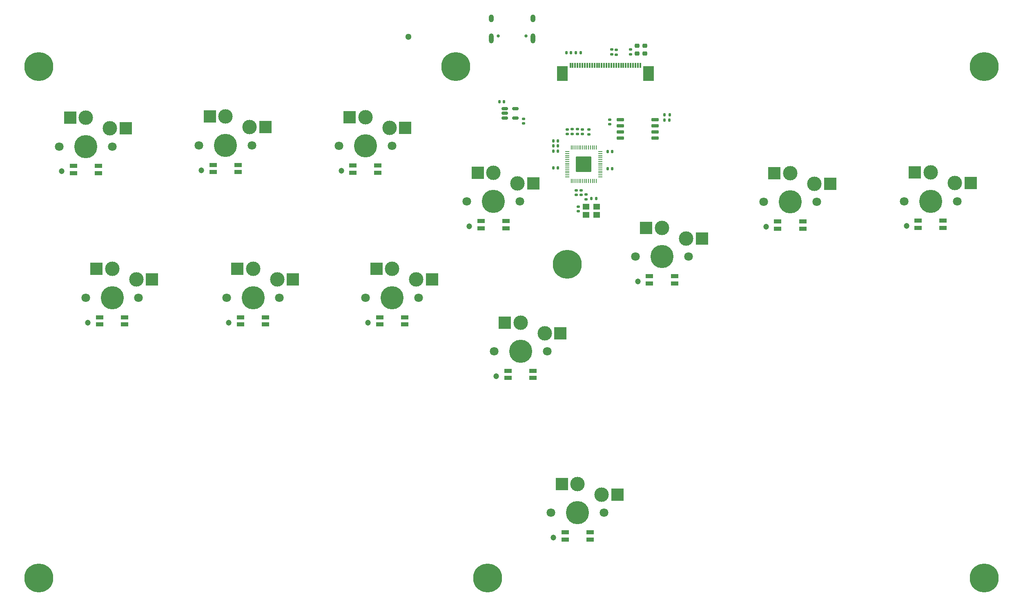
<source format=gbr>
%TF.GenerationSoftware,KiCad,Pcbnew,7.0.9*%
%TF.CreationDate,2024-03-26T15:37:35+08:00*%
%TF.ProjectId,Flatbox-LED-Mirrored,466c6174-626f-4782-9d4c-45442d4d6972,rev?*%
%TF.SameCoordinates,Original*%
%TF.FileFunction,Soldermask,Bot*%
%TF.FilePolarity,Negative*%
%FSLAX46Y46*%
G04 Gerber Fmt 4.6, Leading zero omitted, Abs format (unit mm)*
G04 Created by KiCad (PCBNEW 7.0.9) date 2024-03-26 15:37:35*
%MOMM*%
%LPD*%
G01*
G04 APERTURE LIST*
G04 Aperture macros list*
%AMRoundRect*
0 Rectangle with rounded corners*
0 $1 Rounding radius*
0 $2 $3 $4 $5 $6 $7 $8 $9 X,Y pos of 4 corners*
0 Add a 4 corners polygon primitive as box body*
4,1,4,$2,$3,$4,$5,$6,$7,$8,$9,$2,$3,0*
0 Add four circle primitives for the rounded corners*
1,1,$1+$1,$2,$3*
1,1,$1+$1,$4,$5*
1,1,$1+$1,$6,$7*
1,1,$1+$1,$8,$9*
0 Add four rect primitives between the rounded corners*
20,1,$1+$1,$2,$3,$4,$5,0*
20,1,$1+$1,$4,$5,$6,$7,0*
20,1,$1+$1,$6,$7,$8,$9,0*
20,1,$1+$1,$8,$9,$2,$3,0*%
G04 Aperture macros list end*
%ADD10C,0.650000*%
%ADD11O,1.000000X2.100000*%
%ADD12O,1.000000X1.600000*%
%ADD13C,1.300000*%
%ADD14C,1.800000*%
%ADD15C,1.200000*%
%ADD16C,3.000000*%
%ADD17C,4.800000*%
%ADD18RoundRect,0.082000X0.718000X-0.328000X0.718000X0.328000X-0.718000X0.328000X-0.718000X-0.328000X0*%
%ADD19R,2.600000X2.600000*%
%ADD20RoundRect,0.140000X0.140000X0.170000X-0.140000X0.170000X-0.140000X-0.170000X0.140000X-0.170000X0*%
%ADD21RoundRect,0.140000X-0.170000X0.140000X-0.170000X-0.140000X0.170000X-0.140000X0.170000X0.140000X0*%
%ADD22RoundRect,0.140000X0.170000X-0.140000X0.170000X0.140000X-0.170000X0.140000X-0.170000X-0.140000X0*%
%ADD23RoundRect,0.135000X-0.135000X-0.185000X0.135000X-0.185000X0.135000X0.185000X-0.135000X0.185000X0*%
%ADD24RoundRect,0.135000X0.135000X0.185000X-0.135000X0.185000X-0.135000X-0.185000X0.135000X-0.185000X0*%
%ADD25RoundRect,0.135000X-0.185000X0.135000X-0.185000X-0.135000X0.185000X-0.135000X0.185000X0.135000X0*%
%ADD26RoundRect,0.150000X-0.512500X-0.150000X0.512500X-0.150000X0.512500X0.150000X-0.512500X0.150000X0*%
%ADD27RoundRect,0.150000X0.650000X0.150000X-0.650000X0.150000X-0.650000X-0.150000X0.650000X-0.150000X0*%
%ADD28RoundRect,0.050000X0.387500X0.050000X-0.387500X0.050000X-0.387500X-0.050000X0.387500X-0.050000X0*%
%ADD29RoundRect,0.050000X0.050000X0.387500X-0.050000X0.387500X-0.050000X-0.387500X0.050000X-0.387500X0*%
%ADD30RoundRect,0.144000X1.456000X1.456000X-1.456000X1.456000X-1.456000X-1.456000X1.456000X-1.456000X0*%
%ADD31R,1.400000X1.200000*%
%ADD32RoundRect,0.140000X-0.140000X-0.170000X0.140000X-0.170000X0.140000X0.170000X-0.140000X0.170000X0*%
%ADD33RoundRect,0.135000X0.185000X-0.135000X0.185000X0.135000X-0.185000X0.135000X-0.185000X-0.135000X0*%
%ADD34C,6.000000*%
%ADD35RoundRect,0.225000X0.250000X-0.225000X0.250000X0.225000X-0.250000X0.225000X-0.250000X-0.225000X0*%
%ADD36R,0.300000X1.100000*%
%ADD37R,2.300000X3.100000*%
%ADD38RoundRect,0.225000X-0.250000X0.225000X-0.250000X-0.225000X0.250000X-0.225000X0.250000X0.225000X0*%
G04 APERTURE END LIST*
D10*
%TO.C,USB1*%
X164830000Y-44950000D03*
X159050000Y-44950000D03*
D11*
X166260000Y-45480000D03*
D12*
X166260000Y-41300000D03*
D11*
X157620000Y-45480000D03*
D12*
X157620000Y-41300000D03*
%TD*%
D13*
%TO.C,SW19*%
X140500000Y-45150000D03*
%TD*%
D14*
%TO.C,D15*%
X102750000Y-99210000D03*
D15*
X103250000Y-104360000D03*
D16*
X108250000Y-93260000D03*
D17*
X108250000Y-99210000D03*
D16*
X113250000Y-95460000D03*
D14*
X113750000Y-99210000D03*
D18*
X110850000Y-104760000D03*
X110850000Y-103260000D03*
X105650000Y-103260000D03*
X105650000Y-104760000D03*
D19*
X104975000Y-93260000D03*
X116525000Y-95460000D03*
%TD*%
D14*
%TO.C,D14*%
X131600000Y-99210000D03*
D15*
X132100000Y-104360000D03*
D16*
X137100000Y-93260000D03*
D17*
X137100000Y-99210000D03*
D16*
X142100000Y-95460000D03*
D14*
X142600000Y-99210000D03*
D18*
X139700000Y-104760000D03*
X139700000Y-103260000D03*
X134500000Y-103260000D03*
X134500000Y-104760000D03*
D19*
X133825000Y-93260000D03*
X145375000Y-95460000D03*
%TD*%
D14*
%TO.C,D16*%
X73540000Y-99210000D03*
D15*
X74040000Y-104360000D03*
D16*
X79040000Y-93260000D03*
D17*
X79040000Y-99210000D03*
D16*
X84040000Y-95460000D03*
D14*
X84540000Y-99210000D03*
D18*
X81640000Y-104760000D03*
X81640000Y-103260000D03*
X76440000Y-103260000D03*
X76440000Y-104760000D03*
D19*
X75765000Y-93260000D03*
X87315000Y-95460000D03*
%TD*%
D14*
%TO.C,D6*%
X126040000Y-67750000D03*
D15*
X126540000Y-72900000D03*
D16*
X131540000Y-61800000D03*
D17*
X131540000Y-67750000D03*
D16*
X136540000Y-64000000D03*
D14*
X137040000Y-67750000D03*
D18*
X134140000Y-73300000D03*
X134140000Y-71800000D03*
X128940000Y-71800000D03*
X128940000Y-73300000D03*
D19*
X128265000Y-61800000D03*
X139815000Y-64000000D03*
%TD*%
D14*
%TO.C,D5*%
X152600000Y-79280000D03*
D15*
X153100000Y-84430000D03*
D16*
X158100000Y-73330000D03*
D17*
X158100000Y-79280000D03*
D16*
X163100000Y-75530000D03*
D14*
X163600000Y-79280000D03*
D18*
X160700000Y-84830000D03*
X160700000Y-83330000D03*
X155500000Y-83330000D03*
X155500000Y-84830000D03*
D19*
X154825000Y-73330000D03*
X166375000Y-75530000D03*
%TD*%
D14*
%TO.C,D1*%
X170040000Y-143790000D03*
D15*
X170540000Y-148940000D03*
D16*
X175540000Y-137840000D03*
D17*
X175540000Y-143790000D03*
D16*
X180540000Y-140040000D03*
D14*
X181040000Y-143790000D03*
D18*
X178140000Y-149340000D03*
X178140000Y-147840000D03*
X172940000Y-147840000D03*
X172940000Y-149340000D03*
D19*
X172265000Y-137840000D03*
X183815000Y-140040000D03*
%TD*%
D14*
%TO.C,D4*%
X187540000Y-90690000D03*
D15*
X188040000Y-95840000D03*
D16*
X193040000Y-84740000D03*
D17*
X193040000Y-90690000D03*
D16*
X198040000Y-86940000D03*
D14*
X198540000Y-90690000D03*
D18*
X195640000Y-96240000D03*
X195640000Y-94740000D03*
X190440000Y-94740000D03*
X190440000Y-96240000D03*
D19*
X189765000Y-84740000D03*
X201315000Y-86940000D03*
%TD*%
D14*
%TO.C,D2*%
X243235000Y-79220000D03*
D15*
X243735000Y-84370000D03*
D16*
X248735000Y-73270000D03*
D17*
X248735000Y-79220000D03*
D16*
X253735000Y-75470000D03*
D14*
X254235000Y-79220000D03*
D18*
X251335000Y-84770000D03*
X251335000Y-83270000D03*
X246135000Y-83270000D03*
X246135000Y-84770000D03*
D19*
X245460000Y-73270000D03*
X257010000Y-75470000D03*
%TD*%
D14*
%TO.C,D13*%
X158210000Y-110320000D03*
D15*
X158710000Y-115470000D03*
D16*
X163710000Y-104370000D03*
D17*
X163710000Y-110320000D03*
D16*
X168710000Y-106570000D03*
D14*
X169210000Y-110320000D03*
D18*
X166310000Y-115870000D03*
X166310000Y-114370000D03*
X161110000Y-114370000D03*
X161110000Y-115870000D03*
D19*
X160435000Y-104370000D03*
X171985000Y-106570000D03*
%TD*%
D14*
%TO.C,D3*%
X214140000Y-79340000D03*
D15*
X214640000Y-84490000D03*
D16*
X219640000Y-73390000D03*
D17*
X219640000Y-79340000D03*
D16*
X224640000Y-75590000D03*
D14*
X225140000Y-79340000D03*
D18*
X222240000Y-84890000D03*
X222240000Y-83390000D03*
X217040000Y-83390000D03*
X217040000Y-84890000D03*
D19*
X216365000Y-73390000D03*
X227915000Y-75590000D03*
%TD*%
D14*
%TO.C,D7*%
X97070000Y-67630000D03*
D15*
X97570000Y-72780000D03*
D16*
X102570000Y-61680000D03*
D17*
X102570000Y-67630000D03*
D16*
X107570000Y-63880000D03*
D14*
X108070000Y-67630000D03*
D18*
X105170000Y-73180000D03*
X105170000Y-71680000D03*
X99970000Y-71680000D03*
X99970000Y-73180000D03*
D19*
X99295000Y-61680000D03*
X110845000Y-63880000D03*
%TD*%
D14*
%TO.C,D12*%
X68100000Y-67870000D03*
D15*
X68600000Y-73020000D03*
D16*
X73600000Y-61920000D03*
D17*
X73600000Y-67870000D03*
D16*
X78600000Y-64120000D03*
D14*
X79100000Y-67870000D03*
D18*
X76200000Y-73420000D03*
X76200000Y-71920000D03*
X71000000Y-71920000D03*
X71000000Y-73420000D03*
D19*
X70325000Y-61920000D03*
X81875000Y-64120000D03*
%TD*%
D20*
%TO.C,C1*%
X160280000Y-58600000D03*
X159320000Y-58600000D03*
%TD*%
%TO.C,C2*%
X179380000Y-78700000D03*
X178420000Y-78700000D03*
%TD*%
D21*
%TO.C,C4*%
X164300000Y-62140000D03*
X164300000Y-63100000D03*
%TD*%
%TO.C,C5*%
X182200000Y-62320000D03*
X182200000Y-63280000D03*
%TD*%
D22*
%TO.C,C6*%
X173400000Y-65280000D03*
X173400000Y-64320000D03*
%TD*%
D21*
%TO.C,C7*%
X175221644Y-76970000D03*
X175221644Y-77930000D03*
%TD*%
D22*
%TO.C,C8*%
X177900000Y-65330000D03*
X177900000Y-64370000D03*
%TD*%
%TO.C,C9*%
X176500000Y-65280000D03*
X176500000Y-64320000D03*
%TD*%
D20*
%TO.C,C10*%
X171480000Y-66750000D03*
X170520000Y-66750000D03*
%TD*%
%TO.C,C15*%
X171480000Y-68800000D03*
X170520000Y-68800000D03*
%TD*%
%TO.C,C16*%
X171480000Y-67750000D03*
X170520000Y-67750000D03*
%TD*%
D23*
%TO.C,R1*%
X193540000Y-62400000D03*
X194560000Y-62400000D03*
%TD*%
D24*
%TO.C,R2*%
X194610000Y-61300000D03*
X193590000Y-61300000D03*
%TD*%
D25*
%TO.C,R4*%
X174420000Y-64290000D03*
X174420000Y-65310000D03*
%TD*%
D26*
%TO.C,U1*%
X160412500Y-61950000D03*
X160412500Y-61000000D03*
X160412500Y-60050000D03*
X162687500Y-60050000D03*
X162687500Y-61950000D03*
%TD*%
D27*
%TO.C,U2*%
X191600000Y-62345000D03*
X191600000Y-63615000D03*
X191600000Y-64885000D03*
X191600000Y-66155000D03*
X184400000Y-66155000D03*
X184400000Y-64885000D03*
X184400000Y-63615000D03*
X184400000Y-62345000D03*
%TD*%
D28*
%TO.C,U3*%
X180259144Y-68950000D03*
X180259144Y-69350000D03*
X180259144Y-69750000D03*
X180259144Y-70150000D03*
X180259144Y-70550000D03*
X180259144Y-70950000D03*
X180259144Y-71350000D03*
X180259144Y-71750000D03*
X180259144Y-72150000D03*
X180259144Y-72550000D03*
X180259144Y-72950000D03*
X180259144Y-73350000D03*
X180259144Y-73750000D03*
X180259144Y-74150000D03*
D29*
X179421644Y-74987500D03*
X179021644Y-74987500D03*
X178621644Y-74987500D03*
X178221644Y-74987500D03*
X177821644Y-74987500D03*
X177421644Y-74987500D03*
X177021644Y-74987500D03*
X176621644Y-74987500D03*
X176221644Y-74987500D03*
X175821644Y-74987500D03*
X175421644Y-74987500D03*
X175021644Y-74987500D03*
X174621644Y-74987500D03*
X174221644Y-74987500D03*
D28*
X173384144Y-74150000D03*
X173384144Y-73750000D03*
X173384144Y-73350000D03*
X173384144Y-72950000D03*
X173384144Y-72550000D03*
X173384144Y-72150000D03*
X173384144Y-71750000D03*
X173384144Y-71350000D03*
X173384144Y-70950000D03*
X173384144Y-70550000D03*
X173384144Y-70150000D03*
X173384144Y-69750000D03*
X173384144Y-69350000D03*
X173384144Y-68950000D03*
D29*
X174221644Y-68112500D03*
X174621644Y-68112500D03*
X175021644Y-68112500D03*
X175421644Y-68112500D03*
X175821644Y-68112500D03*
X176221644Y-68112500D03*
X176621644Y-68112500D03*
X177021644Y-68112500D03*
X177421644Y-68112500D03*
X177821644Y-68112500D03*
X178221644Y-68112500D03*
X178621644Y-68112500D03*
X179021644Y-68112500D03*
X179421644Y-68112500D03*
D30*
X176821644Y-71550000D03*
%TD*%
D31*
%TO.C,Y1*%
X179471644Y-82050000D03*
X177271644Y-82050000D03*
X177271644Y-80350000D03*
X179471644Y-80350000D03*
%TD*%
D25*
%TO.C,R3*%
X175500000Y-64290000D03*
X175500000Y-65310000D03*
%TD*%
D21*
%TO.C,C3*%
X175671644Y-80320000D03*
X175671644Y-81280000D03*
%TD*%
D32*
%TO.C,C13*%
X181791644Y-72500000D03*
X182751644Y-72500000D03*
%TD*%
D20*
%TO.C,C12*%
X171480000Y-72300000D03*
X170520000Y-72300000D03*
%TD*%
D33*
%TO.C,R5*%
X177271644Y-78810000D03*
X177271644Y-77790000D03*
%TD*%
D21*
%TO.C,C14*%
X176251644Y-76970000D03*
X176251644Y-77930000D03*
%TD*%
D32*
%TO.C,C11*%
X181791644Y-68900000D03*
X182751644Y-68900000D03*
%TD*%
D25*
%TO.C,R17*%
X183600000Y-47800000D03*
X183600000Y-48820000D03*
%TD*%
D34*
%TO.C,H1*%
X259880000Y-51320000D03*
%TD*%
D35*
%TO.C,C20*%
X189500000Y-48575000D03*
X189500000Y-47025000D03*
%TD*%
D36*
%TO.C,DS1*%
X174040000Y-51075000D03*
X174540000Y-51075000D03*
X175040000Y-51075000D03*
X175540000Y-51075000D03*
X176040000Y-51075000D03*
X176540000Y-51075000D03*
X177040000Y-51075000D03*
X177540000Y-51075000D03*
X178040000Y-51075000D03*
X178540000Y-51075000D03*
X179040000Y-51075000D03*
X179540000Y-51075000D03*
X180040000Y-51075000D03*
X180540000Y-51075000D03*
X181040000Y-51075000D03*
X181540000Y-51075000D03*
X182040000Y-51075000D03*
X182540000Y-51075000D03*
X183040000Y-51075000D03*
X183540000Y-51075000D03*
X184040000Y-51075000D03*
X184540000Y-51075000D03*
X185040000Y-51075000D03*
X185540000Y-51075000D03*
X186040000Y-51075000D03*
X186540000Y-51075000D03*
X187040000Y-51075000D03*
X187540000Y-51075000D03*
X188040000Y-51075000D03*
X188540000Y-51075000D03*
D37*
X190210000Y-52775000D03*
X172370000Y-52775000D03*
%TD*%
D25*
%TO.C,R16*%
X182600000Y-47790000D03*
X182600000Y-48810000D03*
%TD*%
D34*
%TO.C,H6*%
X156860000Y-157310000D03*
%TD*%
D32*
%TO.C,C19*%
X173220000Y-48400000D03*
X174180000Y-48400000D03*
%TD*%
D34*
%TO.C,H7*%
X63850000Y-157320000D03*
%TD*%
%TO.C,H5*%
X63870000Y-51320000D03*
%TD*%
D38*
%TO.C,C18*%
X187900000Y-47025000D03*
X187900000Y-48575000D03*
%TD*%
D32*
%TO.C,C17*%
X175220000Y-48400000D03*
X176180000Y-48400000D03*
%TD*%
D34*
%TO.C,H2*%
X173370000Y-92320000D03*
%TD*%
D25*
%TO.C,R15*%
X186500000Y-47790000D03*
X186500000Y-48810000D03*
%TD*%
D34*
%TO.C,H3*%
X259860000Y-157330000D03*
%TD*%
%TO.C,H4*%
X150280000Y-51320000D03*
%TD*%
M02*

</source>
